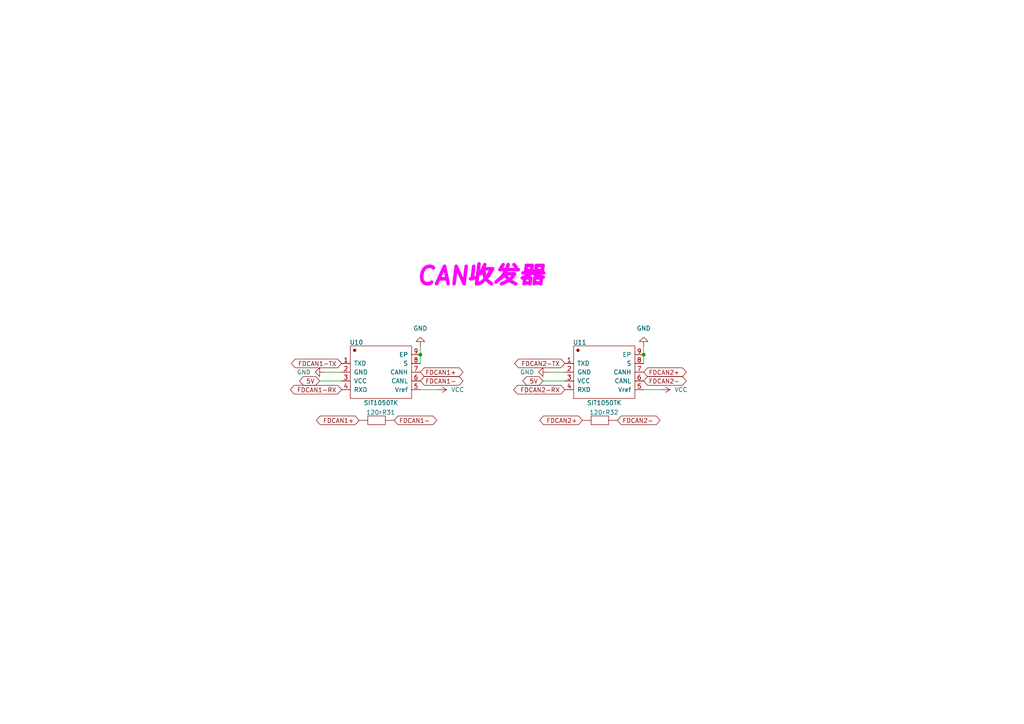
<source format=kicad_sch>
(kicad_sch
	(version 20250114)
	(generator "eeschema")
	(generator_version "9.0")
	(uuid "ffd152d1-6823-4cab-a385-b3341eb94e65")
	(paper "A4")
	(title_block
		(title "CAN")
		(date "2025-01-24")
		(rev "Dennis_Re_Yoonjiho")
	)
	(lib_symbols
		(symbol "Ts_Foc_Vo符号库:RES"
			(pin_numbers
				(hide yes)
			)
			(pin_names
				(offset 1.016)
				(hide yes)
			)
			(exclude_from_sim no)
			(in_bom yes)
			(on_board yes)
			(property "Reference" "R"
				(at -2.286 2.032 0)
				(effects
					(font
						(size 1.27 1.27)
					)
				)
			)
			(property "Value" "Value"
				(at 2.286 2.032 0)
				(effects
					(font
						(size 1.27 1.27)
					)
				)
			)
			(property "Footprint" "kicad_lceda:R0402"
				(at 0.254 -2.54 0)
				(effects
					(font
						(size 1.27 1.27)
					)
					(hide yes)
				)
			)
			(property "Datasheet" ""
				(at 0 -6.35 0)
				(effects
					(font
						(size 1.27 1.27)
					)
					(hide yes)
				)
			)
			(property "Description" ""
				(at 0 0 0)
				(effects
					(font
						(size 1.27 1.27)
					)
					(hide yes)
				)
			)
			(property "SuppliersPartNumber" "C5200633"
				(at 0 -11.43 0)
				(effects
					(font
						(size 1.27 1.27)
					)
					(hide yes)
				)
			)
			(property "uuid" "std:0c78b8f437b74d4badbc2695159e48f2"
				(at 0 -11.43 0)
				(effects
					(font
						(size 1.27 1.27)
					)
					(hide yes)
				)
			)
			(symbol "RES_1_1"
				(rectangle
					(start -2.54 1.27)
					(end 2.54 -1.27)
					(stroke
						(width 0.1524)
						(type solid)
					)
					(fill
						(type none)
					)
				)
				(pin input line
					(at -5.08 0 0)
					(length 2.54)
					(name "1"
						(effects
							(font
								(size 1.27 1.27)
							)
						)
					)
					(number "1"
						(effects
							(font
								(size 1.27 1.27)
							)
						)
					)
				)
				(pin input line
					(at 5.08 0 180)
					(length 2.54)
					(name "2"
						(effects
							(font
								(size 1.27 1.27)
							)
						)
					)
					(number "2"
						(effects
							(font
								(size 1.27 1.27)
							)
						)
					)
				)
			)
			(embedded_fonts no)
		)
		(symbol "Ts_Foc_Vo符号库:SIT1050TK"
			(pin_names
				(offset 1.016)
			)
			(exclude_from_sim no)
			(in_bom yes)
			(on_board yes)
			(property "Reference" "U"
				(at -7.874 8.89 0)
				(effects
					(font
						(size 1.27 1.27)
					)
				)
			)
			(property "Value" "SIT1050TK"
				(at 3.556 9.144 0)
				(effects
					(font
						(size 1.27 1.27)
					)
				)
			)
			(property "Footprint" "kicad_lceda:TDFN-8_L3.0-W3.0-P0.65-BL-EP"
				(at 0 5.207 0)
				(effects
					(font
						(size 1.27 1.27)
					)
					(hide yes)
				)
			)
			(property "Datasheet" "http://www.szlcsc.com/product/details_421674.html"
				(at 0 0.127 0)
				(effects
					(font
						(size 1.27 1.27)
					)
					(hide yes)
				)
			)
			(property "Description" ""
				(at 0 0 0)
				(effects
					(font
						(size 1.27 1.27)
					)
					(hide yes)
				)
			)
			(property "SuppliersPartNumber" "C427444"
				(at 0 -4.953 0)
				(effects
					(font
						(size 1.27 1.27)
					)
					(hide yes)
				)
			)
			(property "uuid" "std:ab5c0327ba7a4f30baaa8a5172812b7b"
				(at 0 -4.953 0)
				(effects
					(font
						(size 1.27 1.27)
					)
					(hide yes)
				)
			)
			(symbol "SIT1050TK_1_1"
				(rectangle
					(start -8.89 7.62)
					(end 8.89 -7.62)
					(stroke
						(width 0.1524)
						(type solid)
					)
					(fill
						(type none)
					)
				)
				(circle
					(center -7.62 6.35)
					(radius 0.381)
					(stroke
						(width 0.1524)
						(type solid)
					)
					(fill
						(type outline)
					)
				)
				(pin input line
					(at -11.43 2.54 0)
					(length 2.54)
					(name "TXD"
						(effects
							(font
								(size 1.27 1.27)
							)
						)
					)
					(number "1"
						(effects
							(font
								(size 1.27 1.27)
							)
						)
					)
				)
				(pin input line
					(at -11.43 0 0)
					(length 2.54)
					(name "GND"
						(effects
							(font
								(size 1.27 1.27)
							)
						)
					)
					(number "2"
						(effects
							(font
								(size 1.27 1.27)
							)
						)
					)
				)
				(pin input line
					(at -11.43 -2.54 0)
					(length 2.54)
					(name "VCC"
						(effects
							(font
								(size 1.27 1.27)
							)
						)
					)
					(number "3"
						(effects
							(font
								(size 1.27 1.27)
							)
						)
					)
				)
				(pin input line
					(at -11.43 -5.08 0)
					(length 2.54)
					(name "RXD"
						(effects
							(font
								(size 1.27 1.27)
							)
						)
					)
					(number "4"
						(effects
							(font
								(size 1.27 1.27)
							)
						)
					)
				)
				(pin input line
					(at 11.43 5.08 180)
					(length 2.54)
					(name "EP"
						(effects
							(font
								(size 1.27 1.27)
							)
						)
					)
					(number "9"
						(effects
							(font
								(size 1.27 1.27)
							)
						)
					)
				)
				(pin input line
					(at 11.43 2.54 180)
					(length 2.54)
					(name "S"
						(effects
							(font
								(size 1.27 1.27)
							)
						)
					)
					(number "8"
						(effects
							(font
								(size 1.27 1.27)
							)
						)
					)
				)
				(pin input line
					(at 11.43 0 180)
					(length 2.54)
					(name "CANH"
						(effects
							(font
								(size 1.27 1.27)
							)
						)
					)
					(number "7"
						(effects
							(font
								(size 1.27 1.27)
							)
						)
					)
				)
				(pin input line
					(at 11.43 -2.54 180)
					(length 2.54)
					(name "CANL"
						(effects
							(font
								(size 1.27 1.27)
							)
						)
					)
					(number "6"
						(effects
							(font
								(size 1.27 1.27)
							)
						)
					)
				)
				(pin input line
					(at 11.43 -5.08 180)
					(length 2.54)
					(name "Vref"
						(effects
							(font
								(size 1.27 1.27)
							)
						)
					)
					(number "5"
						(effects
							(font
								(size 1.27 1.27)
							)
						)
					)
				)
			)
			(embedded_fonts no)
		)
		(symbol "power:GND"
			(power)
			(pin_numbers
				(hide yes)
			)
			(pin_names
				(offset 0)
				(hide yes)
			)
			(exclude_from_sim no)
			(in_bom yes)
			(on_board yes)
			(property "Reference" "#PWR"
				(at 0 -6.35 0)
				(effects
					(font
						(size 1.27 1.27)
					)
					(hide yes)
				)
			)
			(property "Value" "GND"
				(at 0 -3.81 0)
				(effects
					(font
						(size 1.27 1.27)
					)
				)
			)
			(property "Footprint" ""
				(at 0 0 0)
				(effects
					(font
						(size 1.27 1.27)
					)
					(hide yes)
				)
			)
			(property "Datasheet" ""
				(at 0 0 0)
				(effects
					(font
						(size 1.27 1.27)
					)
					(hide yes)
				)
			)
			(property "Description" "Power symbol creates a global label with name \"GND\" , ground"
				(at 0 0 0)
				(effects
					(font
						(size 1.27 1.27)
					)
					(hide yes)
				)
			)
			(property "ki_keywords" "global power"
				(at 0 0 0)
				(effects
					(font
						(size 1.27 1.27)
					)
					(hide yes)
				)
			)
			(symbol "GND_0_1"
				(polyline
					(pts
						(xy 0 0) (xy 0 -1.27) (xy 1.27 -1.27) (xy 0 -2.54) (xy -1.27 -1.27) (xy 0 -1.27)
					)
					(stroke
						(width 0)
						(type default)
					)
					(fill
						(type none)
					)
				)
			)
			(symbol "GND_1_1"
				(pin power_in line
					(at 0 0 270)
					(length 0)
					(name "~"
						(effects
							(font
								(size 1.27 1.27)
							)
						)
					)
					(number "1"
						(effects
							(font
								(size 1.27 1.27)
							)
						)
					)
				)
			)
			(embedded_fonts no)
		)
		(symbol "power:VCC"
			(power)
			(pin_numbers
				(hide yes)
			)
			(pin_names
				(offset 0)
				(hide yes)
			)
			(exclude_from_sim no)
			(in_bom yes)
			(on_board yes)
			(property "Reference" "#PWR"
				(at 0 -3.81 0)
				(effects
					(font
						(size 1.27 1.27)
					)
					(hide yes)
				)
			)
			(property "Value" "VCC"
				(at 0 3.556 0)
				(effects
					(font
						(size 1.27 1.27)
					)
				)
			)
			(property "Footprint" ""
				(at 0 0 0)
				(effects
					(font
						(size 1.27 1.27)
					)
					(hide yes)
				)
			)
			(property "Datasheet" ""
				(at 0 0 0)
				(effects
					(font
						(size 1.27 1.27)
					)
					(hide yes)
				)
			)
			(property "Description" "Power symbol creates a global label with name \"VCC\""
				(at 0 0 0)
				(effects
					(font
						(size 1.27 1.27)
					)
					(hide yes)
				)
			)
			(property "ki_keywords" "global power"
				(at 0 0 0)
				(effects
					(font
						(size 1.27 1.27)
					)
					(hide yes)
				)
			)
			(symbol "VCC_0_1"
				(polyline
					(pts
						(xy -0.762 1.27) (xy 0 2.54)
					)
					(stroke
						(width 0)
						(type default)
					)
					(fill
						(type none)
					)
				)
				(polyline
					(pts
						(xy 0 2.54) (xy 0.762 1.27)
					)
					(stroke
						(width 0)
						(type default)
					)
					(fill
						(type none)
					)
				)
				(polyline
					(pts
						(xy 0 0) (xy 0 2.54)
					)
					(stroke
						(width 0)
						(type default)
					)
					(fill
						(type none)
					)
				)
			)
			(symbol "VCC_1_1"
				(pin power_in line
					(at 0 0 90)
					(length 0)
					(name "~"
						(effects
							(font
								(size 1.27 1.27)
							)
						)
					)
					(number "1"
						(effects
							(font
								(size 1.27 1.27)
							)
						)
					)
				)
			)
			(embedded_fonts no)
		)
	)
	(text "CAN收发器"
		(exclude_from_sim yes)
		(at 139.7 80.264 0)
		(effects
			(font
				(size 5.08 5.08)
				(thickness 1.016)
				(bold yes)
				(italic yes)
				(color 255 2 253 1)
			)
		)
		(uuid "dd5a16f4-a3a7-41a2-bf0c-4e560443edd0")
	)
	(junction
		(at 121.92 102.87)
		(diameter 0)
		(color 0 0 0 0)
		(uuid "4c3d3472-e6ce-4c32-8b3f-2798ab725af1")
	)
	(junction
		(at 186.69 102.87)
		(diameter 0)
		(color 0 0 0 0)
		(uuid "d97ad760-2662-45dc-8c48-c142a2f50ce9")
	)
	(wire
		(pts
			(xy 121.92 100.33) (xy 121.92 102.87)
		)
		(stroke
			(width 0)
			(type default)
		)
		(uuid "310b0aef-5d6b-4e99-a911-b58504c65e47")
	)
	(wire
		(pts
			(xy 127 113.03) (xy 121.92 113.03)
		)
		(stroke
			(width 0)
			(type default)
		)
		(uuid "3b57c2a7-cb4c-4429-955a-9bae1b811856")
	)
	(wire
		(pts
			(xy 121.92 102.87) (xy 121.92 105.41)
		)
		(stroke
			(width 0)
			(type default)
		)
		(uuid "5851a141-833f-4d92-b7f5-522ee49396b3")
	)
	(wire
		(pts
			(xy 158.75 107.95) (xy 163.83 107.95)
		)
		(stroke
			(width 0)
			(type default)
		)
		(uuid "5f0a12aa-05b9-41ea-9d2e-f6f627d11f38")
	)
	(wire
		(pts
			(xy 93.98 107.95) (xy 99.06 107.95)
		)
		(stroke
			(width 0)
			(type default)
		)
		(uuid "678b662c-ecde-4e18-afa9-43c31c547ef5")
	)
	(wire
		(pts
			(xy 92.71 110.49) (xy 99.06 110.49)
		)
		(stroke
			(width 0)
			(type default)
		)
		(uuid "8da87f02-83cb-4bb6-aae0-74cff8f2f765")
	)
	(wire
		(pts
			(xy 186.69 102.87) (xy 186.69 105.41)
		)
		(stroke
			(width 0)
			(type default)
		)
		(uuid "af2ab69a-3628-454e-9166-63fa93da9530")
	)
	(wire
		(pts
			(xy 157.48 110.49) (xy 163.83 110.49)
		)
		(stroke
			(width 0)
			(type default)
		)
		(uuid "dffa982a-f3f9-43e8-a402-d80f323174a2")
	)
	(wire
		(pts
			(xy 191.77 113.03) (xy 186.69 113.03)
		)
		(stroke
			(width 0)
			(type default)
		)
		(uuid "e5c95a4b-cb30-422f-ace6-081276c71453")
	)
	(wire
		(pts
			(xy 186.69 100.33) (xy 186.69 102.87)
		)
		(stroke
			(width 0)
			(type default)
		)
		(uuid "f6fe50d0-fddd-4df3-ad4b-e859056f7fa4")
	)
	(global_label "FDCAN2-"
		(shape bidirectional)
		(at 179.07 121.92 0)
		(fields_autoplaced yes)
		(effects
			(font
				(size 1.27 1.27)
			)
			(justify left)
		)
		(uuid "03f99592-75c3-455a-bfbf-3ef7082a5b77")
		(property "Intersheetrefs" "${INTERSHEET_REFS}"
			(at 191.9961 121.92 0)
			(effects
				(font
					(size 1.27 1.27)
				)
				(justify left)
				(hide yes)
			)
		)
	)
	(global_label "FDCAN2-RX"
		(shape bidirectional)
		(at 163.83 113.03 180)
		(fields_autoplaced yes)
		(effects
			(font
				(size 1.27 1.27)
			)
			(justify right)
		)
		(uuid "095b9fe1-e9a4-4d02-8562-54baade18e6c")
		(property "Intersheetrefs" "${INTERSHEET_REFS}"
			(at 148.4244 113.03 0)
			(effects
				(font
					(size 1.27 1.27)
				)
				(justify right)
				(hide yes)
			)
		)
	)
	(global_label "FDCAN2+"
		(shape bidirectional)
		(at 186.69 107.95 0)
		(fields_autoplaced yes)
		(effects
			(font
				(size 1.27 1.27)
			)
			(justify left)
		)
		(uuid "0e27f6aa-e68b-4ad8-be78-2f4a91846d47")
		(property "Intersheetrefs" "${INTERSHEET_REFS}"
			(at 199.6161 107.95 0)
			(effects
				(font
					(size 1.27 1.27)
				)
				(justify left)
				(hide yes)
			)
		)
	)
	(global_label "5V"
		(shape bidirectional)
		(at 92.71 110.49 180)
		(fields_autoplaced yes)
		(effects
			(font
				(size 1.27 1.27)
			)
			(justify right)
		)
		(uuid "1a127dd5-25ff-4b1e-9a7f-20312071a865")
		(property "Intersheetrefs" "${INTERSHEET_REFS}"
			(at 86.3154 110.49 0)
			(effects
				(font
					(size 1.27 1.27)
				)
				(justify right)
				(hide yes)
			)
		)
	)
	(global_label "FDCAN1+"
		(shape bidirectional)
		(at 121.92 107.95 0)
		(fields_autoplaced yes)
		(effects
			(font
				(size 1.27 1.27)
			)
			(justify left)
		)
		(uuid "22974a06-e1ec-41d2-90fe-e40622e058d6")
		(property "Intersheetrefs" "${INTERSHEET_REFS}"
			(at 134.8461 107.95 0)
			(effects
				(font
					(size 1.27 1.27)
				)
				(justify left)
				(hide yes)
			)
		)
	)
	(global_label "FDCAN2-TX"
		(shape bidirectional)
		(at 163.83 105.41 180)
		(fields_autoplaced yes)
		(effects
			(font
				(size 1.27 1.27)
			)
			(justify right)
		)
		(uuid "35788cae-c7b9-442d-8a8e-8daaa25543e3")
		(property "Intersheetrefs" "${INTERSHEET_REFS}"
			(at 148.7268 105.41 0)
			(effects
				(font
					(size 1.27 1.27)
				)
				(justify right)
				(hide yes)
			)
		)
	)
	(global_label "FDCAN1-"
		(shape bidirectional)
		(at 114.3 121.92 0)
		(fields_autoplaced yes)
		(effects
			(font
				(size 1.27 1.27)
			)
			(justify left)
		)
		(uuid "4dd66eab-f499-40a1-a7d8-fbe7805f5171")
		(property "Intersheetrefs" "${INTERSHEET_REFS}"
			(at 127.2261 121.92 0)
			(effects
				(font
					(size 1.27 1.27)
				)
				(justify left)
				(hide yes)
			)
		)
	)
	(global_label "FDCAN1+"
		(shape bidirectional)
		(at 104.14 121.92 180)
		(fields_autoplaced yes)
		(effects
			(font
				(size 1.27 1.27)
			)
			(justify right)
		)
		(uuid "4f1e285d-ff1b-4a3c-9a4c-b12d77867cb0")
		(property "Intersheetrefs" "${INTERSHEET_REFS}"
			(at 91.2139 121.92 0)
			(effects
				(font
					(size 1.27 1.27)
				)
				(justify right)
				(hide yes)
			)
		)
	)
	(global_label "FDCAN1-"
		(shape bidirectional)
		(at 121.92 110.49 0)
		(fields_autoplaced yes)
		(effects
			(font
				(size 1.27 1.27)
			)
			(justify left)
		)
		(uuid "9b9d538f-8b53-4c98-9c99-e0f4a8aad23f")
		(property "Intersheetrefs" "${INTERSHEET_REFS}"
			(at 134.8461 110.49 0)
			(effects
				(font
					(size 1.27 1.27)
				)
				(justify left)
				(hide yes)
			)
		)
	)
	(global_label "FDCAN1-RX"
		(shape bidirectional)
		(at 99.06 113.03 180)
		(fields_autoplaced yes)
		(effects
			(font
				(size 1.27 1.27)
			)
			(justify right)
		)
		(uuid "a0b9fbb2-918c-4565-b6fd-460ad55a44c6")
		(property "Intersheetrefs" "${INTERSHEET_REFS}"
			(at 83.6544 113.03 0)
			(effects
				(font
					(size 1.27 1.27)
				)
				(justify right)
				(hide yes)
			)
		)
	)
	(global_label "FDCAN2-"
		(shape bidirectional)
		(at 186.69 110.49 0)
		(fields_autoplaced yes)
		(effects
			(font
				(size 1.27 1.27)
			)
			(justify left)
		)
		(uuid "a2227a17-2f52-43ec-a61f-cea064b3f933")
		(property "Intersheetrefs" "${INTERSHEET_REFS}"
			(at 199.6161 110.49 0)
			(effects
				(font
					(size 1.27 1.27)
				)
				(justify left)
				(hide yes)
			)
		)
	)
	(global_label "FDCAN1-TX"
		(shape bidirectional)
		(at 99.06 105.41 180)
		(fields_autoplaced yes)
		(effects
			(font
				(size 1.27 1.27)
			)
			(justify right)
		)
		(uuid "a322f965-38e5-4f54-82b0-c664d4c72d84")
		(property "Intersheetrefs" "${INTERSHEET_REFS}"
			(at 83.9568 105.41 0)
			(effects
				(font
					(size 1.27 1.27)
				)
				(justify right)
				(hide yes)
			)
		)
	)
	(global_label "5V"
		(shape bidirectional)
		(at 157.48 110.49 180)
		(fields_autoplaced yes)
		(effects
			(font
				(size 1.27 1.27)
			)
			(justify right)
		)
		(uuid "aac31b60-5ce6-465f-8fb1-beab9234d389")
		(property "Intersheetrefs" "${INTERSHEET_REFS}"
			(at 151.0854 110.49 0)
			(effects
				(font
					(size 1.27 1.27)
				)
				(justify right)
				(hide yes)
			)
		)
	)
	(global_label "FDCAN2+"
		(shape bidirectional)
		(at 168.91 121.92 180)
		(fields_autoplaced yes)
		(effects
			(font
				(size 1.27 1.27)
			)
			(justify right)
		)
		(uuid "b7c8e59f-30df-461b-855c-8c4fdaf879a6")
		(property "Intersheetrefs" "${INTERSHEET_REFS}"
			(at 155.9839 121.92 0)
			(effects
				(font
					(size 1.27 1.27)
				)
				(justify right)
				(hide yes)
			)
		)
	)
	(symbol
		(lib_id "power:GND")
		(at 121.92 100.33 180)
		(unit 1)
		(exclude_from_sim no)
		(in_bom yes)
		(on_board yes)
		(dnp no)
		(fields_autoplaced yes)
		(uuid "05bca576-0a91-497e-8720-9cf222afa488")
		(property "Reference" "#PWR036"
			(at 121.92 93.98 0)
			(effects
				(font
					(size 1.27 1.27)
				)
				(hide yes)
			)
		)
		(property "Value" "GND"
			(at 121.92 95.25 0)
			(effects
				(font
					(size 1.27 1.27)
				)
			)
		)
		(property "Footprint" ""
			(at 121.92 100.33 0)
			(effects
				(font
					(size 1.27 1.27)
				)
				(hide yes)
			)
		)
		(property "Datasheet" ""
			(at 121.92 100.33 0)
			(effects
				(font
					(size 1.27 1.27)
				)
				(hide yes)
			)
		)
		(property "Description" "Power symbol creates a global label with name \"GND\" , ground"
			(at 121.92 100.33 0)
			(effects
				(font
					(size 1.27 1.27)
				)
				(hide yes)
			)
		)
		(pin "1"
			(uuid "c6f4996a-e31d-464f-825b-d070e8d7b322")
		)
		(instances
			(project "Ts_Foc_Vo1_0"
				(path "/0cbcabec-8024-48c7-ab91-86e279a5637e/f3329442-eac4-40be-b987-eebdbe922017/c5b8e687-46ea-46fb-b07b-100ae93976e1"
					(reference "#PWR036")
					(unit 1)
				)
			)
		)
	)
	(symbol
		(lib_id "power:GND")
		(at 158.75 107.95 270)
		(unit 1)
		(exclude_from_sim no)
		(in_bom yes)
		(on_board yes)
		(dnp no)
		(fields_autoplaced yes)
		(uuid "1982a65d-33d2-4c5d-9852-9673861c238f")
		(property "Reference" "#PWR037"
			(at 152.4 107.95 0)
			(effects
				(font
					(size 1.27 1.27)
				)
				(hide yes)
			)
		)
		(property "Value" "GND"
			(at 154.94 107.9499 90)
			(effects
				(font
					(size 1.27 1.27)
				)
				(justify right)
			)
		)
		(property "Footprint" ""
			(at 158.75 107.95 0)
			(effects
				(font
					(size 1.27 1.27)
				)
				(hide yes)
			)
		)
		(property "Datasheet" ""
			(at 158.75 107.95 0)
			(effects
				(font
					(size 1.27 1.27)
				)
				(hide yes)
			)
		)
		(property "Description" "Power symbol creates a global label with name \"GND\" , ground"
			(at 158.75 107.95 0)
			(effects
				(font
					(size 1.27 1.27)
				)
				(hide yes)
			)
		)
		(pin "1"
			(uuid "7917811c-0699-432d-88fd-08c959e16046")
		)
		(instances
			(project "Ts_Foc_Vo1_0"
				(path "/0cbcabec-8024-48c7-ab91-86e279a5637e/f3329442-eac4-40be-b987-eebdbe922017/c5b8e687-46ea-46fb-b07b-100ae93976e1"
					(reference "#PWR037")
					(unit 1)
				)
			)
		)
	)
	(symbol
		(lib_id "power:GND")
		(at 93.98 107.95 270)
		(unit 1)
		(exclude_from_sim no)
		(in_bom yes)
		(on_board yes)
		(dnp no)
		(fields_autoplaced yes)
		(uuid "304f011a-01b7-4b47-8b0f-4644eec2d9fc")
		(property "Reference" "#PWR034"
			(at 87.63 107.95 0)
			(effects
				(font
					(size 1.27 1.27)
				)
				(hide yes)
			)
		)
		(property "Value" "GND"
			(at 90.17 107.9499 90)
			(effects
				(font
					(size 1.27 1.27)
				)
				(justify right)
			)
		)
		(property "Footprint" ""
			(at 93.98 107.95 0)
			(effects
				(font
					(size 1.27 1.27)
				)
				(hide yes)
			)
		)
		(property "Datasheet" ""
			(at 93.98 107.95 0)
			(effects
				(font
					(size 1.27 1.27)
				)
				(hide yes)
			)
		)
		(property "Description" "Power symbol creates a global label with name \"GND\" , ground"
			(at 93.98 107.95 0)
			(effects
				(font
					(size 1.27 1.27)
				)
				(hide yes)
			)
		)
		(pin "1"
			(uuid "30a95391-c7e5-4990-aeb6-14f38bbfcefc")
		)
		(instances
			(project ""
				(path "/0cbcabec-8024-48c7-ab91-86e279a5637e/f3329442-eac4-40be-b987-eebdbe922017/c5b8e687-46ea-46fb-b07b-100ae93976e1"
					(reference "#PWR034")
					(unit 1)
				)
			)
		)
	)
	(symbol
		(lib_id "Ts_Foc_Vo符号库:RES")
		(at 173.99 121.92 180)
		(unit 1)
		(exclude_from_sim no)
		(in_bom yes)
		(on_board yes)
		(dnp no)
		(uuid "325350b5-d87c-4bc4-8443-cbe8c8686b0a")
		(property "Reference" "R32"
			(at 175.514 119.634 0)
			(effects
				(font
					(size 1.27 1.27)
				)
				(justify right)
			)
		)
		(property "Value" "120r"
			(at 170.942 119.634 0)
			(effects
				(font
					(size 1.27 1.27)
				)
				(justify right)
			)
		)
		(property "Footprint" "Ts_Foc_Vo封装库:Res_0402"
			(at 173.736 119.38 0)
			(effects
				(font
					(size 1.27 1.27)
				)
				(hide yes)
			)
		)
		(property "Datasheet" ""
			(at 173.99 115.57 0)
			(effects
				(font
					(size 1.27 1.27)
				)
				(hide yes)
			)
		)
		(property "Description" ""
			(at 173.99 121.92 0)
			(effects
				(font
					(size 1.27 1.27)
				)
				(hide yes)
			)
		)
		(property "SuppliersPartNumber" "C5200633"
			(at 173.99 110.49 0)
			(effects
				(font
					(size 1.27 1.27)
				)
				(hide yes)
			)
		)
		(property "uuid" "std:0c78b8f437b74d4badbc2695159e48f2"
			(at 173.99 110.49 0)
			(effects
				(font
					(size 1.27 1.27)
				)
				(hide yes)
			)
		)
		(pin "1"
			(uuid "30ee9f87-d2a1-4c90-afe3-7b3efa8f2ad4")
		)
		(pin "2"
			(uuid "68c943fd-6802-4a64-bc51-4eecbd8dfd0e")
		)
		(instances
			(project "Ts_Foc_Vo1_0"
				(path "/0cbcabec-8024-48c7-ab91-86e279a5637e/f3329442-eac4-40be-b987-eebdbe922017/c5b8e687-46ea-46fb-b07b-100ae93976e1"
					(reference "R32")
					(unit 1)
				)
			)
		)
	)
	(symbol
		(lib_id "Ts_Foc_Vo符号库:SIT1050TK")
		(at 110.49 107.95 0)
		(unit 1)
		(exclude_from_sim no)
		(in_bom yes)
		(on_board yes)
		(dnp no)
		(uuid "32da75d4-819b-48db-952d-64e674a0d854")
		(property "Reference" "U10"
			(at 103.378 99.314 0)
			(effects
				(font
					(size 1.27 1.27)
				)
			)
		)
		(property "Value" "SIT1050TK"
			(at 110.49 116.84 0)
			(effects
				(font
					(size 1.27 1.27)
				)
			)
		)
		(property "Footprint" "Ts_Foc_Vo封装库:SIT1050TK_TDFN-8"
			(at 110.49 102.743 0)
			(effects
				(font
					(size 1.27 1.27)
				)
				(hide yes)
			)
		)
		(property "Datasheet" "http://www.szlcsc.com/product/details_421674.html"
			(at 110.49 107.823 0)
			(effects
				(font
					(size 1.27 1.27)
				)
				(hide yes)
			)
		)
		(property "Description" ""
			(at 110.49 107.95 0)
			(effects
				(font
					(size 1.27 1.27)
				)
				(hide yes)
			)
		)
		(property "SuppliersPartNumber" "C427444"
			(at 110.49 112.903 0)
			(effects
				(font
					(size 1.27 1.27)
				)
				(hide yes)
			)
		)
		(property "uuid" "std:ab5c0327ba7a4f30baaa8a5172812b7b"
			(at 110.49 112.903 0)
			(effects
				(font
					(size 1.27 1.27)
				)
				(hide yes)
			)
		)
		(pin "8"
			(uuid "9f02ca3d-4eb3-495b-946a-93747a671919")
		)
		(pin "9"
			(uuid "7f9eac58-c0c5-49aa-8e1d-b1c2be464832")
		)
		(pin "6"
			(uuid "cfe02e29-b3b7-4947-a671-833568123f6a")
		)
		(pin "3"
			(uuid "0ba91ce7-a4a6-40b2-ae9a-9df63d1b9662")
		)
		(pin "5"
			(uuid "a231756c-982e-4338-b6f3-166531ddd859")
		)
		(pin "2"
			(uuid "050a5dc4-49c7-476c-96f5-956fed02c4aa")
		)
		(pin "7"
			(uuid "dd322265-a56e-4fdf-9911-b1adf15d6771")
		)
		(pin "4"
			(uuid "0c29b006-6989-4c4a-ad9a-9aab463d0285")
		)
		(pin "1"
			(uuid "7cb1114f-f3b5-4484-8f1c-42db69586df9")
		)
		(instances
			(project ""
				(path "/0cbcabec-8024-48c7-ab91-86e279a5637e/f3329442-eac4-40be-b987-eebdbe922017/c5b8e687-46ea-46fb-b07b-100ae93976e1"
					(reference "U10")
					(unit 1)
				)
			)
		)
	)
	(symbol
		(lib_id "power:VCC")
		(at 127 113.03 270)
		(unit 1)
		(exclude_from_sim no)
		(in_bom yes)
		(on_board yes)
		(dnp no)
		(fields_autoplaced yes)
		(uuid "3750162e-0cc0-4b9c-ba06-bdbff0a06f18")
		(property "Reference" "#PWR035"
			(at 123.19 113.03 0)
			(effects
				(font
					(size 1.27 1.27)
				)
				(hide yes)
			)
		)
		(property "Value" "VCC"
			(at 130.81 113.0299 90)
			(effects
				(font
					(size 1.27 1.27)
				)
				(justify left)
			)
		)
		(property "Footprint" ""
			(at 127 113.03 0)
			(effects
				(font
					(size 1.27 1.27)
				)
				(hide yes)
			)
		)
		(property "Datasheet" ""
			(at 127 113.03 0)
			(effects
				(font
					(size 1.27 1.27)
				)
				(hide yes)
			)
		)
		(property "Description" "Power symbol creates a global label with name \"VCC\""
			(at 127 113.03 0)
			(effects
				(font
					(size 1.27 1.27)
				)
				(hide yes)
			)
		)
		(pin "1"
			(uuid "670c1520-225a-43ff-b378-c77f59152cce")
		)
		(instances
			(project ""
				(path "/0cbcabec-8024-48c7-ab91-86e279a5637e/f3329442-eac4-40be-b987-eebdbe922017/c5b8e687-46ea-46fb-b07b-100ae93976e1"
					(reference "#PWR035")
					(unit 1)
				)
			)
		)
	)
	(symbol
		(lib_id "power:VCC")
		(at 191.77 113.03 270)
		(unit 1)
		(exclude_from_sim no)
		(in_bom yes)
		(on_board yes)
		(dnp no)
		(fields_autoplaced yes)
		(uuid "5deaf313-1da3-4c57-82c4-4ee97f633323")
		(property "Reference" "#PWR039"
			(at 187.96 113.03 0)
			(effects
				(font
					(size 1.27 1.27)
				)
				(hide yes)
			)
		)
		(property "Value" "VCC"
			(at 195.58 113.0299 90)
			(effects
				(font
					(size 1.27 1.27)
				)
				(justify left)
			)
		)
		(property "Footprint" ""
			(at 191.77 113.03 0)
			(effects
				(font
					(size 1.27 1.27)
				)
				(hide yes)
			)
		)
		(property "Datasheet" ""
			(at 191.77 113.03 0)
			(effects
				(font
					(size 1.27 1.27)
				)
				(hide yes)
			)
		)
		(property "Description" "Power symbol creates a global label with name \"VCC\""
			(at 191.77 113.03 0)
			(effects
				(font
					(size 1.27 1.27)
				)
				(hide yes)
			)
		)
		(pin "1"
			(uuid "9fd8e8aa-0b0e-4413-9c25-bccf4db02137")
		)
		(instances
			(project "Ts_Foc_Vo1_0"
				(path "/0cbcabec-8024-48c7-ab91-86e279a5637e/f3329442-eac4-40be-b987-eebdbe922017/c5b8e687-46ea-46fb-b07b-100ae93976e1"
					(reference "#PWR039")
					(unit 1)
				)
			)
		)
	)
	(symbol
		(lib_id "power:GND")
		(at 186.69 100.33 180)
		(unit 1)
		(exclude_from_sim no)
		(in_bom yes)
		(on_board yes)
		(dnp no)
		(fields_autoplaced yes)
		(uuid "a1840512-9273-404c-b653-1785ecfa09fc")
		(property "Reference" "#PWR038"
			(at 186.69 93.98 0)
			(effects
				(font
					(size 1.27 1.27)
				)
				(hide yes)
			)
		)
		(property "Value" "GND"
			(at 186.69 95.25 0)
			(effects
				(font
					(size 1.27 1.27)
				)
			)
		)
		(property "Footprint" ""
			(at 186.69 100.33 0)
			(effects
				(font
					(size 1.27 1.27)
				)
				(hide yes)
			)
		)
		(property "Datasheet" ""
			(at 186.69 100.33 0)
			(effects
				(font
					(size 1.27 1.27)
				)
				(hide yes)
			)
		)
		(property "Description" "Power symbol creates a global label with name \"GND\" , ground"
			(at 186.69 100.33 0)
			(effects
				(font
					(size 1.27 1.27)
				)
				(hide yes)
			)
		)
		(pin "1"
			(uuid "1b3f0eb4-40d6-4ae6-9778-720e4d4a7409")
		)
		(instances
			(project "Ts_Foc_Vo1_0"
				(path "/0cbcabec-8024-48c7-ab91-86e279a5637e/f3329442-eac4-40be-b987-eebdbe922017/c5b8e687-46ea-46fb-b07b-100ae93976e1"
					(reference "#PWR038")
					(unit 1)
				)
			)
		)
	)
	(symbol
		(lib_id "Ts_Foc_Vo符号库:SIT1050TK")
		(at 175.26 107.95 0)
		(unit 1)
		(exclude_from_sim no)
		(in_bom yes)
		(on_board yes)
		(dnp no)
		(uuid "b1f6c27c-214c-476a-bbaf-2e0b4486dc07")
		(property "Reference" "U11"
			(at 168.148 99.314 0)
			(effects
				(font
					(size 1.27 1.27)
				)
			)
		)
		(property "Value" "SIT1050TK"
			(at 175.26 116.84 0)
			(effects
				(font
					(size 1.27 1.27)
				)
			)
		)
		(property "Footprint" "Ts_Foc_Vo封装库:SIT1050TK_TDFN-8"
			(at 175.26 102.743 0)
			(effects
				(font
					(size 1.27 1.27)
				)
				(hide yes)
			)
		)
		(property "Datasheet" "http://www.szlcsc.com/product/details_421674.html"
			(at 175.26 107.823 0)
			(effects
				(font
					(size 1.27 1.27)
				)
				(hide yes)
			)
		)
		(property "Description" ""
			(at 175.26 107.95 0)
			(effects
				(font
					(size 1.27 1.27)
				)
				(hide yes)
			)
		)
		(property "SuppliersPartNumber" "C427444"
			(at 175.26 112.903 0)
			(effects
				(font
					(size 1.27 1.27)
				)
				(hide yes)
			)
		)
		(property "uuid" "std:ab5c0327ba7a4f30baaa8a5172812b7b"
			(at 175.26 112.903 0)
			(effects
				(font
					(size 1.27 1.27)
				)
				(hide yes)
			)
		)
		(pin "8"
			(uuid "b811f623-cfbc-4983-9c78-5b517ace5d6c")
		)
		(pin "9"
			(uuid "6f1ec9fa-721f-45ec-ab0e-586a512a3495")
		)
		(pin "6"
			(uuid "81c6e3b0-3726-42c6-8400-1b0ef9b3373e")
		)
		(pin "3"
			(uuid "12fd6bc8-1496-4887-9f4d-b13a558580dc")
		)
		(pin "5"
			(uuid "a8a6e871-d43e-40c5-8c72-ff7c99b7207e")
		)
		(pin "2"
			(uuid "a2853176-72e5-4999-9cd5-4689decb9d79")
		)
		(pin "7"
			(uuid "7b923517-2ae2-47ec-b054-b8fb99308dcd")
		)
		(pin "4"
			(uuid "d78c8fcf-bb6e-4034-8360-493cdc3ba1f0")
		)
		(pin "1"
			(uuid "d2e33207-eb65-4290-930a-24d4cb2d3e09")
		)
		(instances
			(project "Ts_Foc_Vo1_0"
				(path "/0cbcabec-8024-48c7-ab91-86e279a5637e/f3329442-eac4-40be-b987-eebdbe922017/c5b8e687-46ea-46fb-b07b-100ae93976e1"
					(reference "U11")
					(unit 1)
				)
			)
		)
	)
	(symbol
		(lib_id "Ts_Foc_Vo符号库:RES")
		(at 109.22 121.92 180)
		(unit 1)
		(exclude_from_sim no)
		(in_bom yes)
		(on_board yes)
		(dnp no)
		(uuid "bc20b96b-3dcc-47ed-81a1-a4c6d06e2208")
		(property "Reference" "R31"
			(at 110.744 119.634 0)
			(effects
				(font
					(size 1.27 1.27)
				)
				(justify right)
			)
		)
		(property "Value" "120r"
			(at 106.172 119.634 0)
			(effects
				(font
					(size 1.27 1.27)
				)
				(justify right)
			)
		)
		(property "Footprint" "Ts_Foc_Vo封装库:Res_0402"
			(at 108.966 119.38 0)
			(effects
				(font
					(size 1.27 1.27)
				)
				(hide yes)
			)
		)
		(property "Datasheet" ""
			(at 109.22 115.57 0)
			(effects
				(font
					(size 1.27 1.27)
				)
				(hide yes)
			)
		)
		(property "Description" ""
			(at 109.22 121.92 0)
			(effects
				(font
					(size 1.27 1.27)
				)
				(hide yes)
			)
		)
		(property "SuppliersPartNumber" "C5200633"
			(at 109.22 110.49 0)
			(effects
				(font
					(size 1.27 1.27)
				)
				(hide yes)
			)
		)
		(property "uuid" "std:0c78b8f437b74d4badbc2695159e48f2"
			(at 109.22 110.49 0)
			(effects
				(font
					(size 1.27 1.27)
				)
				(hide yes)
			)
		)
		(pin "1"
			(uuid "741c9932-2f28-4942-93fc-3534f5e55611")
		)
		(pin "2"
			(uuid "7eeba795-9028-498a-95f2-6ec4081276a6")
		)
		(instances
			(project ""
				(path "/0cbcabec-8024-48c7-ab91-86e279a5637e/f3329442-eac4-40be-b987-eebdbe922017/c5b8e687-46ea-46fb-b07b-100ae93976e1"
					(reference "R31")
					(unit 1)
				)
			)
		)
	)
)

</source>
